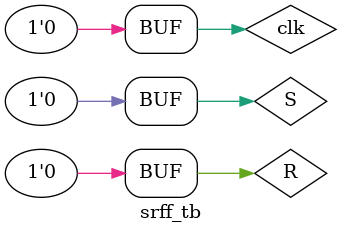
<source format=sv>
module srff_tb();
  wire Q,Qbar;
  reg S,R,clk;
  SRFF sr1(Q,Qbar,clk,S,R);
  //clock
  initial begin
    clk=0;
    repeat(50)
      #1 clk=~clk;
  end
  initial
    begin
      $dumpfile("dump.vcd");
      $dumpvars(1);
      S=1;R=0;
      #10 S=0;R=0;
      #10 S=0;R=1;
      #10 S=0;R=0;
    end
endmodule
</source>
